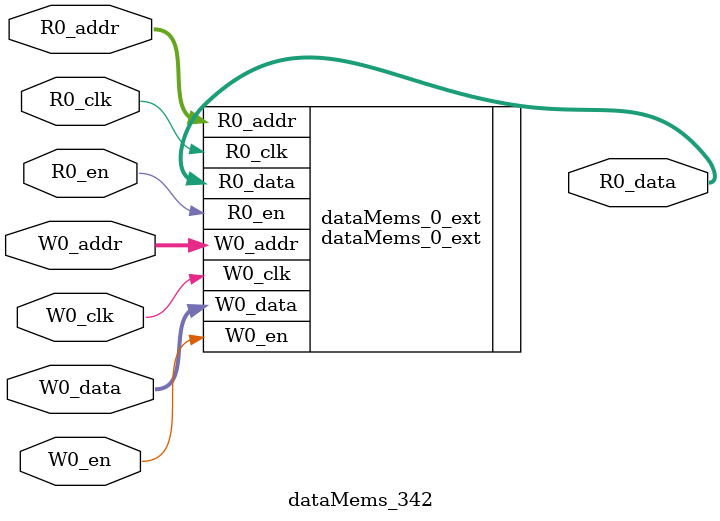
<source format=sv>
`ifndef RANDOMIZE
  `ifdef RANDOMIZE_REG_INIT
    `define RANDOMIZE
  `endif // RANDOMIZE_REG_INIT
`endif // not def RANDOMIZE
`ifndef RANDOMIZE
  `ifdef RANDOMIZE_MEM_INIT
    `define RANDOMIZE
  `endif // RANDOMIZE_MEM_INIT
`endif // not def RANDOMIZE

`ifndef RANDOM
  `define RANDOM $random
`endif // not def RANDOM

// Users can define 'PRINTF_COND' to add an extra gate to prints.
`ifndef PRINTF_COND_
  `ifdef PRINTF_COND
    `define PRINTF_COND_ (`PRINTF_COND)
  `else  // PRINTF_COND
    `define PRINTF_COND_ 1
  `endif // PRINTF_COND
`endif // not def PRINTF_COND_

// Users can define 'ASSERT_VERBOSE_COND' to add an extra gate to assert error printing.
`ifndef ASSERT_VERBOSE_COND_
  `ifdef ASSERT_VERBOSE_COND
    `define ASSERT_VERBOSE_COND_ (`ASSERT_VERBOSE_COND)
  `else  // ASSERT_VERBOSE_COND
    `define ASSERT_VERBOSE_COND_ 1
  `endif // ASSERT_VERBOSE_COND
`endif // not def ASSERT_VERBOSE_COND_

// Users can define 'STOP_COND' to add an extra gate to stop conditions.
`ifndef STOP_COND_
  `ifdef STOP_COND
    `define STOP_COND_ (`STOP_COND)
  `else  // STOP_COND
    `define STOP_COND_ 1
  `endif // STOP_COND
`endif // not def STOP_COND_

// Users can define INIT_RANDOM as general code that gets injected into the
// initializer block for modules with registers.
`ifndef INIT_RANDOM
  `define INIT_RANDOM
`endif // not def INIT_RANDOM

// If using random initialization, you can also define RANDOMIZE_DELAY to
// customize the delay used, otherwise 0.002 is used.
`ifndef RANDOMIZE_DELAY
  `define RANDOMIZE_DELAY 0.002
`endif // not def RANDOMIZE_DELAY

// Define INIT_RANDOM_PROLOG_ for use in our modules below.
`ifndef INIT_RANDOM_PROLOG_
  `ifdef RANDOMIZE
    `ifdef VERILATOR
      `define INIT_RANDOM_PROLOG_ `INIT_RANDOM
    `else  // VERILATOR
      `define INIT_RANDOM_PROLOG_ `INIT_RANDOM #`RANDOMIZE_DELAY begin end
    `endif // VERILATOR
  `else  // RANDOMIZE
    `define INIT_RANDOM_PROLOG_
  `endif // RANDOMIZE
`endif // not def INIT_RANDOM_PROLOG_

// Include register initializers in init blocks unless synthesis is set
`ifndef SYNTHESIS
  `ifndef ENABLE_INITIAL_REG_
    `define ENABLE_INITIAL_REG_
  `endif // not def ENABLE_INITIAL_REG_
`endif // not def SYNTHESIS

// Include rmemory initializers in init blocks unless synthesis is set
`ifndef SYNTHESIS
  `ifndef ENABLE_INITIAL_MEM_
    `define ENABLE_INITIAL_MEM_
  `endif // not def ENABLE_INITIAL_MEM_
`endif // not def SYNTHESIS

module dataMems_342(	// @[generators/ara/src/main/scala/UnsafeAXI4ToTL.scala:365:62]
  input  [4:0]  R0_addr,
  input         R0_en,
  input         R0_clk,
  output [66:0] R0_data,
  input  [4:0]  W0_addr,
  input         W0_en,
  input         W0_clk,
  input  [66:0] W0_data
);

  dataMems_0_ext dataMems_0_ext (	// @[generators/ara/src/main/scala/UnsafeAXI4ToTL.scala:365:62]
    .R0_addr (R0_addr),
    .R0_en   (R0_en),
    .R0_clk  (R0_clk),
    .R0_data (R0_data),
    .W0_addr (W0_addr),
    .W0_en   (W0_en),
    .W0_clk  (W0_clk),
    .W0_data (W0_data)
  );
endmodule


</source>
